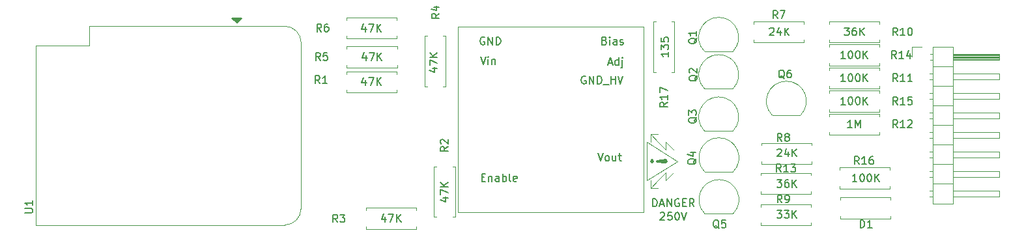
<source format=gbr>
%TF.GenerationSoftware,KiCad,Pcbnew,(6.0.5-0)*%
%TF.CreationDate,2023-03-13T13:52:06+01:00*%
%TF.ProjectId,plasma,706c6173-6d61-42e6-9b69-6361645f7063,rev?*%
%TF.SameCoordinates,Original*%
%TF.FileFunction,Legend,Top*%
%TF.FilePolarity,Positive*%
%FSLAX46Y46*%
G04 Gerber Fmt 4.6, Leading zero omitted, Abs format (unit mm)*
G04 Created by KiCad (PCBNEW (6.0.5-0)) date 2023-03-13 13:52:06*
%MOMM*%
%LPD*%
G01*
G04 APERTURE LIST*
%ADD10C,0.150000*%
%ADD11C,0.300000*%
%ADD12C,0.120000*%
G04 APERTURE END LIST*
D10*
%TO.C,Q3*%
X195547619Y-66095238D02*
X195500000Y-66190476D01*
X195404761Y-66285714D01*
X195261904Y-66428571D01*
X195214285Y-66523809D01*
X195214285Y-66619047D01*
X195452380Y-66571428D02*
X195404761Y-66666666D01*
X195309523Y-66761904D01*
X195119047Y-66809523D01*
X194785714Y-66809523D01*
X194595238Y-66761904D01*
X194500000Y-66666666D01*
X194452380Y-66571428D01*
X194452380Y-66380952D01*
X194500000Y-66285714D01*
X194595238Y-66190476D01*
X194785714Y-66142857D01*
X195119047Y-66142857D01*
X195309523Y-66190476D01*
X195404761Y-66285714D01*
X195452380Y-66380952D01*
X195452380Y-66571428D01*
X194452380Y-65809523D02*
X194452380Y-65190476D01*
X194833333Y-65523809D01*
X194833333Y-65380952D01*
X194880952Y-65285714D01*
X194928571Y-65238095D01*
X195023809Y-65190476D01*
X195261904Y-65190476D01*
X195357142Y-65238095D01*
X195404761Y-65285714D01*
X195452380Y-65380952D01*
X195452380Y-65666666D01*
X195404761Y-65761904D01*
X195357142Y-65809523D01*
%TO.C,M1*%
X181073761Y-60785000D02*
X180978523Y-60737380D01*
X180835666Y-60737380D01*
X180692809Y-60785000D01*
X180597571Y-60880238D01*
X180549952Y-60975476D01*
X180502333Y-61165952D01*
X180502333Y-61308809D01*
X180549952Y-61499285D01*
X180597571Y-61594523D01*
X180692809Y-61689761D01*
X180835666Y-61737380D01*
X180930904Y-61737380D01*
X181073761Y-61689761D01*
X181121380Y-61642142D01*
X181121380Y-61308809D01*
X180930904Y-61308809D01*
X181549952Y-61737380D02*
X181549952Y-60737380D01*
X182121380Y-61737380D01*
X182121380Y-60737380D01*
X182597571Y-61737380D02*
X182597571Y-60737380D01*
X182835666Y-60737380D01*
X182978523Y-60785000D01*
X183073761Y-60880238D01*
X183121380Y-60975476D01*
X183169000Y-61165952D01*
X183169000Y-61308809D01*
X183121380Y-61499285D01*
X183073761Y-61594523D01*
X182978523Y-61689761D01*
X182835666Y-61737380D01*
X182597571Y-61737380D01*
X183359476Y-61832619D02*
X184121380Y-61832619D01*
X184359476Y-61737380D02*
X184359476Y-60737380D01*
X184359476Y-61213571D02*
X184930904Y-61213571D01*
X184930904Y-61737380D02*
X184930904Y-60737380D01*
X185264238Y-60737380D02*
X185597571Y-61737380D01*
X185930904Y-60737380D01*
X190783333Y-78547619D02*
X190830952Y-78500000D01*
X190926190Y-78452380D01*
X191164285Y-78452380D01*
X191259523Y-78500000D01*
X191307142Y-78547619D01*
X191354761Y-78642857D01*
X191354761Y-78738095D01*
X191307142Y-78880952D01*
X190735714Y-79452380D01*
X191354761Y-79452380D01*
X192259523Y-78452380D02*
X191783333Y-78452380D01*
X191735714Y-78928571D01*
X191783333Y-78880952D01*
X191878571Y-78833333D01*
X192116666Y-78833333D01*
X192211904Y-78880952D01*
X192259523Y-78928571D01*
X192307142Y-79023809D01*
X192307142Y-79261904D01*
X192259523Y-79357142D01*
X192211904Y-79404761D01*
X192116666Y-79452380D01*
X191878571Y-79452380D01*
X191783333Y-79404761D01*
X191735714Y-79357142D01*
X192926190Y-78452380D02*
X193021428Y-78452380D01*
X193116666Y-78500000D01*
X193164285Y-78547619D01*
X193211904Y-78642857D01*
X193259523Y-78833333D01*
X193259523Y-79071428D01*
X193211904Y-79261904D01*
X193164285Y-79357142D01*
X193116666Y-79404761D01*
X193021428Y-79452380D01*
X192926190Y-79452380D01*
X192830952Y-79404761D01*
X192783333Y-79357142D01*
X192735714Y-79261904D01*
X192688095Y-79071428D01*
X192688095Y-78833333D01*
X192735714Y-78642857D01*
X192783333Y-78547619D01*
X192830952Y-78500000D01*
X192926190Y-78452380D01*
X193545238Y-78452380D02*
X193878571Y-79452380D01*
X194211904Y-78452380D01*
X167413190Y-58197380D02*
X167746523Y-59197380D01*
X168079857Y-58197380D01*
X168413190Y-59197380D02*
X168413190Y-58530714D01*
X168413190Y-58197380D02*
X168365571Y-58245000D01*
X168413190Y-58292619D01*
X168460809Y-58245000D01*
X168413190Y-58197380D01*
X168413190Y-58292619D01*
X168889380Y-58530714D02*
X168889380Y-59197380D01*
X168889380Y-58625952D02*
X168937000Y-58578333D01*
X169032238Y-58530714D01*
X169175095Y-58530714D01*
X169270333Y-58578333D01*
X169317952Y-58673571D01*
X169317952Y-59197380D01*
X167572095Y-73913571D02*
X167905428Y-73913571D01*
X168048285Y-74437380D02*
X167572095Y-74437380D01*
X167572095Y-73437380D01*
X168048285Y-73437380D01*
X168476857Y-73770714D02*
X168476857Y-74437380D01*
X168476857Y-73865952D02*
X168524476Y-73818333D01*
X168619714Y-73770714D01*
X168762571Y-73770714D01*
X168857809Y-73818333D01*
X168905428Y-73913571D01*
X168905428Y-74437380D01*
X169810190Y-74437380D02*
X169810190Y-73913571D01*
X169762571Y-73818333D01*
X169667333Y-73770714D01*
X169476857Y-73770714D01*
X169381619Y-73818333D01*
X169810190Y-74389761D02*
X169714952Y-74437380D01*
X169476857Y-74437380D01*
X169381619Y-74389761D01*
X169334000Y-74294523D01*
X169334000Y-74199285D01*
X169381619Y-74104047D01*
X169476857Y-74056428D01*
X169714952Y-74056428D01*
X169810190Y-74008809D01*
X170286380Y-74437380D02*
X170286380Y-73437380D01*
X170286380Y-73818333D02*
X170381619Y-73770714D01*
X170572095Y-73770714D01*
X170667333Y-73818333D01*
X170714952Y-73865952D01*
X170762571Y-73961190D01*
X170762571Y-74246904D01*
X170714952Y-74342142D01*
X170667333Y-74389761D01*
X170572095Y-74437380D01*
X170381619Y-74437380D01*
X170286380Y-74389761D01*
X171334000Y-74437380D02*
X171238761Y-74389761D01*
X171191142Y-74294523D01*
X171191142Y-73437380D01*
X172095904Y-74389761D02*
X172000666Y-74437380D01*
X171810190Y-74437380D01*
X171714952Y-74389761D01*
X171667333Y-74294523D01*
X171667333Y-73913571D01*
X171714952Y-73818333D01*
X171810190Y-73770714D01*
X172000666Y-73770714D01*
X172095904Y-73818333D01*
X172143523Y-73913571D01*
X172143523Y-74008809D01*
X171667333Y-74104047D01*
X182661190Y-70770380D02*
X182994523Y-71770380D01*
X183327857Y-70770380D01*
X183804047Y-71770380D02*
X183708809Y-71722761D01*
X183661190Y-71675142D01*
X183613571Y-71579904D01*
X183613571Y-71294190D01*
X183661190Y-71198952D01*
X183708809Y-71151333D01*
X183804047Y-71103714D01*
X183946904Y-71103714D01*
X184042142Y-71151333D01*
X184089761Y-71198952D01*
X184137380Y-71294190D01*
X184137380Y-71579904D01*
X184089761Y-71675142D01*
X184042142Y-71722761D01*
X183946904Y-71770380D01*
X183804047Y-71770380D01*
X184994523Y-71103714D02*
X184994523Y-71770380D01*
X184565952Y-71103714D02*
X184565952Y-71627523D01*
X184613571Y-71722761D01*
X184708809Y-71770380D01*
X184851666Y-71770380D01*
X184946904Y-71722761D01*
X184994523Y-71675142D01*
X185327857Y-71103714D02*
X185708809Y-71103714D01*
X185470714Y-70770380D02*
X185470714Y-71627523D01*
X185518333Y-71722761D01*
X185613571Y-71770380D01*
X185708809Y-71770380D01*
X184018428Y-59038666D02*
X184494619Y-59038666D01*
X183923190Y-59324380D02*
X184256523Y-58324380D01*
X184589857Y-59324380D01*
X185351761Y-59324380D02*
X185351761Y-58324380D01*
X185351761Y-59276761D02*
X185256523Y-59324380D01*
X185066047Y-59324380D01*
X184970809Y-59276761D01*
X184923190Y-59229142D01*
X184875571Y-59133904D01*
X184875571Y-58848190D01*
X184923190Y-58752952D01*
X184970809Y-58705333D01*
X185066047Y-58657714D01*
X185256523Y-58657714D01*
X185351761Y-58705333D01*
X185827952Y-58657714D02*
X185827952Y-59514857D01*
X185780333Y-59610095D01*
X185685095Y-59657714D01*
X185637476Y-59657714D01*
X185827952Y-58324380D02*
X185780333Y-58372000D01*
X185827952Y-58419619D01*
X185875571Y-58372000D01*
X185827952Y-58324380D01*
X185827952Y-58419619D01*
X189783333Y-77702380D02*
X189783333Y-76702380D01*
X190021428Y-76702380D01*
X190164285Y-76750000D01*
X190259523Y-76845238D01*
X190307142Y-76940476D01*
X190354761Y-77130952D01*
X190354761Y-77273809D01*
X190307142Y-77464285D01*
X190259523Y-77559523D01*
X190164285Y-77654761D01*
X190021428Y-77702380D01*
X189783333Y-77702380D01*
X190735714Y-77416666D02*
X191211904Y-77416666D01*
X190640476Y-77702380D02*
X190973809Y-76702380D01*
X191307142Y-77702380D01*
X191640476Y-77702380D02*
X191640476Y-76702380D01*
X192211904Y-77702380D01*
X192211904Y-76702380D01*
X193211904Y-76750000D02*
X193116666Y-76702380D01*
X192973809Y-76702380D01*
X192830952Y-76750000D01*
X192735714Y-76845238D01*
X192688095Y-76940476D01*
X192640476Y-77130952D01*
X192640476Y-77273809D01*
X192688095Y-77464285D01*
X192735714Y-77559523D01*
X192830952Y-77654761D01*
X192973809Y-77702380D01*
X193069047Y-77702380D01*
X193211904Y-77654761D01*
X193259523Y-77607142D01*
X193259523Y-77273809D01*
X193069047Y-77273809D01*
X193688095Y-77178571D02*
X194021428Y-77178571D01*
X194164285Y-77702380D02*
X193688095Y-77702380D01*
X193688095Y-76702380D01*
X194164285Y-76702380D01*
X195164285Y-77702380D02*
X194830952Y-77226190D01*
X194592857Y-77702380D02*
X194592857Y-76702380D01*
X194973809Y-76702380D01*
X195069047Y-76750000D01*
X195116666Y-76797619D01*
X195164285Y-76892857D01*
X195164285Y-77035714D01*
X195116666Y-77130952D01*
X195069047Y-77178571D01*
X194973809Y-77226190D01*
X194592857Y-77226190D01*
X183542190Y-56133571D02*
X183685047Y-56181190D01*
X183732666Y-56228809D01*
X183780285Y-56324047D01*
X183780285Y-56466904D01*
X183732666Y-56562142D01*
X183685047Y-56609761D01*
X183589809Y-56657380D01*
X183208857Y-56657380D01*
X183208857Y-55657380D01*
X183542190Y-55657380D01*
X183637428Y-55705000D01*
X183685047Y-55752619D01*
X183732666Y-55847857D01*
X183732666Y-55943095D01*
X183685047Y-56038333D01*
X183637428Y-56085952D01*
X183542190Y-56133571D01*
X183208857Y-56133571D01*
X184208857Y-56657380D02*
X184208857Y-55990714D01*
X184208857Y-55657380D02*
X184161238Y-55705000D01*
X184208857Y-55752619D01*
X184256476Y-55705000D01*
X184208857Y-55657380D01*
X184208857Y-55752619D01*
X185113619Y-56657380D02*
X185113619Y-56133571D01*
X185066000Y-56038333D01*
X184970761Y-55990714D01*
X184780285Y-55990714D01*
X184685047Y-56038333D01*
X185113619Y-56609761D02*
X185018380Y-56657380D01*
X184780285Y-56657380D01*
X184685047Y-56609761D01*
X184637428Y-56514523D01*
X184637428Y-56419285D01*
X184685047Y-56324047D01*
X184780285Y-56276428D01*
X185018380Y-56276428D01*
X185113619Y-56228809D01*
X185542190Y-56609761D02*
X185637428Y-56657380D01*
X185827904Y-56657380D01*
X185923142Y-56609761D01*
X185970761Y-56514523D01*
X185970761Y-56466904D01*
X185923142Y-56371666D01*
X185827904Y-56324047D01*
X185685047Y-56324047D01*
X185589809Y-56276428D01*
X185542190Y-56181190D01*
X185542190Y-56133571D01*
X185589809Y-56038333D01*
X185685047Y-55990714D01*
X185827904Y-55990714D01*
X185923142Y-56038333D01*
X167929095Y-55705000D02*
X167833857Y-55657380D01*
X167691000Y-55657380D01*
X167548142Y-55705000D01*
X167452904Y-55800238D01*
X167405285Y-55895476D01*
X167357666Y-56085952D01*
X167357666Y-56228809D01*
X167405285Y-56419285D01*
X167452904Y-56514523D01*
X167548142Y-56609761D01*
X167691000Y-56657380D01*
X167786238Y-56657380D01*
X167929095Y-56609761D01*
X167976714Y-56562142D01*
X167976714Y-56228809D01*
X167786238Y-56228809D01*
X168405285Y-56657380D02*
X168405285Y-55657380D01*
X168976714Y-56657380D01*
X168976714Y-55657380D01*
X169452904Y-56657380D02*
X169452904Y-55657380D01*
X169691000Y-55657380D01*
X169833857Y-55705000D01*
X169929095Y-55800238D01*
X169976714Y-55895476D01*
X170024333Y-56085952D01*
X170024333Y-56228809D01*
X169976714Y-56419285D01*
X169929095Y-56514523D01*
X169833857Y-56609761D01*
X169691000Y-56657380D01*
X169452904Y-56657380D01*
D11*
X189785714Y-71800000D02*
X189690476Y-71895238D01*
X189595238Y-71800000D01*
X189690476Y-71704761D01*
X189785714Y-71800000D01*
X189595238Y-71800000D01*
X190357142Y-71800000D02*
X191500000Y-71704761D01*
X191595238Y-71800000D01*
X191500000Y-71895238D01*
X190357142Y-71800000D01*
X191595238Y-71800000D01*
D10*
%TO.C,R2*%
X163202380Y-69916666D02*
X162726190Y-70250000D01*
X163202380Y-70488095D02*
X162202380Y-70488095D01*
X162202380Y-70107142D01*
X162250000Y-70011904D01*
X162297619Y-69964285D01*
X162392857Y-69916666D01*
X162535714Y-69916666D01*
X162630952Y-69964285D01*
X162678571Y-70011904D01*
X162726190Y-70107142D01*
X162726190Y-70488095D01*
X162297619Y-69535714D02*
X162250000Y-69488095D01*
X162202380Y-69392857D01*
X162202380Y-69154761D01*
X162250000Y-69059523D01*
X162297619Y-69011904D01*
X162392857Y-68964285D01*
X162488095Y-68964285D01*
X162630952Y-69011904D01*
X163202380Y-69583333D01*
X163202380Y-68964285D01*
X162535714Y-76595714D02*
X163202380Y-76595714D01*
X162154761Y-76833809D02*
X162869047Y-77071904D01*
X162869047Y-76452857D01*
X162202380Y-76167142D02*
X162202380Y-75500476D01*
X163202380Y-75929047D01*
X163202380Y-75119523D02*
X162202380Y-75119523D01*
X163202380Y-74548095D02*
X162630952Y-74976666D01*
X162202380Y-74548095D02*
X162773809Y-75119523D01*
%TO.C,R17*%
X191702380Y-64142857D02*
X191226190Y-64476190D01*
X191702380Y-64714285D02*
X190702380Y-64714285D01*
X190702380Y-64333333D01*
X190750000Y-64238095D01*
X190797619Y-64190476D01*
X190892857Y-64142857D01*
X191035714Y-64142857D01*
X191130952Y-64190476D01*
X191178571Y-64238095D01*
X191226190Y-64333333D01*
X191226190Y-64714285D01*
X191702380Y-63190476D02*
X191702380Y-63761904D01*
X191702380Y-63476190D02*
X190702380Y-63476190D01*
X190845238Y-63571428D01*
X190940476Y-63666666D01*
X190988095Y-63761904D01*
X190702380Y-62857142D02*
X190702380Y-62190476D01*
X191702380Y-62619047D01*
X191852380Y-57606666D02*
X191852380Y-58178095D01*
X191852380Y-57892380D02*
X190852380Y-57892380D01*
X190995238Y-57987619D01*
X191090476Y-58082857D01*
X191138095Y-58178095D01*
X190852380Y-57273333D02*
X190852380Y-56654285D01*
X191233333Y-56987619D01*
X191233333Y-56844761D01*
X191280952Y-56749523D01*
X191328571Y-56701904D01*
X191423809Y-56654285D01*
X191661904Y-56654285D01*
X191757142Y-56701904D01*
X191804761Y-56749523D01*
X191852380Y-56844761D01*
X191852380Y-57130476D01*
X191804761Y-57225714D01*
X191757142Y-57273333D01*
X190852380Y-55749523D02*
X190852380Y-56225714D01*
X191328571Y-56273333D01*
X191280952Y-56225714D01*
X191233333Y-56130476D01*
X191233333Y-55892380D01*
X191280952Y-55797142D01*
X191328571Y-55749523D01*
X191423809Y-55701904D01*
X191661904Y-55701904D01*
X191757142Y-55749523D01*
X191804761Y-55797142D01*
X191852380Y-55892380D01*
X191852380Y-56130476D01*
X191804761Y-56225714D01*
X191757142Y-56273333D01*
%TO.C,R8*%
X206583333Y-69202380D02*
X206250000Y-68726190D01*
X206011904Y-69202380D02*
X206011904Y-68202380D01*
X206392857Y-68202380D01*
X206488095Y-68250000D01*
X206535714Y-68297619D01*
X206583333Y-68392857D01*
X206583333Y-68535714D01*
X206535714Y-68630952D01*
X206488095Y-68678571D01*
X206392857Y-68726190D01*
X206011904Y-68726190D01*
X207154761Y-68630952D02*
X207059523Y-68583333D01*
X207011904Y-68535714D01*
X206964285Y-68440476D01*
X206964285Y-68392857D01*
X207011904Y-68297619D01*
X207059523Y-68250000D01*
X207154761Y-68202380D01*
X207345238Y-68202380D01*
X207440476Y-68250000D01*
X207488095Y-68297619D01*
X207535714Y-68392857D01*
X207535714Y-68440476D01*
X207488095Y-68535714D01*
X207440476Y-68583333D01*
X207345238Y-68630952D01*
X207154761Y-68630952D01*
X207059523Y-68678571D01*
X207011904Y-68726190D01*
X206964285Y-68821428D01*
X206964285Y-69011904D01*
X207011904Y-69107142D01*
X207059523Y-69154761D01*
X207154761Y-69202380D01*
X207345238Y-69202380D01*
X207440476Y-69154761D01*
X207488095Y-69107142D01*
X207535714Y-69011904D01*
X207535714Y-68821428D01*
X207488095Y-68726190D01*
X207440476Y-68678571D01*
X207345238Y-68630952D01*
X205988095Y-70297619D02*
X206035714Y-70250000D01*
X206130952Y-70202380D01*
X206369047Y-70202380D01*
X206464285Y-70250000D01*
X206511904Y-70297619D01*
X206559523Y-70392857D01*
X206559523Y-70488095D01*
X206511904Y-70630952D01*
X205940476Y-71202380D01*
X206559523Y-71202380D01*
X207416666Y-70535714D02*
X207416666Y-71202380D01*
X207178571Y-70154761D02*
X206940476Y-70869047D01*
X207559523Y-70869047D01*
X207940476Y-71202380D02*
X207940476Y-70202380D01*
X208511904Y-71202380D02*
X208083333Y-70630952D01*
X208511904Y-70202380D02*
X207940476Y-70773809D01*
%TO.C,R1*%
X146523333Y-61702380D02*
X146190000Y-61226190D01*
X145951904Y-61702380D02*
X145951904Y-60702380D01*
X146332857Y-60702380D01*
X146428095Y-60750000D01*
X146475714Y-60797619D01*
X146523333Y-60892857D01*
X146523333Y-61035714D01*
X146475714Y-61130952D01*
X146428095Y-61178571D01*
X146332857Y-61226190D01*
X145951904Y-61226190D01*
X147475714Y-61702380D02*
X146904285Y-61702380D01*
X147190000Y-61702380D02*
X147190000Y-60702380D01*
X147094761Y-60845238D01*
X146999523Y-60940476D01*
X146904285Y-60988095D01*
X152464285Y-61285714D02*
X152464285Y-61952380D01*
X152226190Y-60904761D02*
X151988095Y-61619047D01*
X152607142Y-61619047D01*
X152892857Y-60952380D02*
X153559523Y-60952380D01*
X153130952Y-61952380D01*
X153940476Y-61952380D02*
X153940476Y-60952380D01*
X154511904Y-61952380D02*
X154083333Y-61380952D01*
X154511904Y-60952380D02*
X153940476Y-61523809D01*
%TO.C,U1*%
X108202380Y-78511904D02*
X109011904Y-78511904D01*
X109107142Y-78464285D01*
X109154761Y-78416666D01*
X109202380Y-78321428D01*
X109202380Y-78130952D01*
X109154761Y-78035714D01*
X109107142Y-77988095D01*
X109011904Y-77940476D01*
X108202380Y-77940476D01*
X109202380Y-76940476D02*
X109202380Y-77511904D01*
X109202380Y-77226190D02*
X108202380Y-77226190D01*
X108345238Y-77321428D01*
X108440476Y-77416666D01*
X108488095Y-77511904D01*
%TO.C,R12*%
X221607142Y-67452380D02*
X221273809Y-66976190D01*
X221035714Y-67452380D02*
X221035714Y-66452380D01*
X221416666Y-66452380D01*
X221511904Y-66500000D01*
X221559523Y-66547619D01*
X221607142Y-66642857D01*
X221607142Y-66785714D01*
X221559523Y-66880952D01*
X221511904Y-66928571D01*
X221416666Y-66976190D01*
X221035714Y-66976190D01*
X222559523Y-67452380D02*
X221988095Y-67452380D01*
X222273809Y-67452380D02*
X222273809Y-66452380D01*
X222178571Y-66595238D01*
X222083333Y-66690476D01*
X221988095Y-66738095D01*
X222940476Y-66547619D02*
X222988095Y-66500000D01*
X223083333Y-66452380D01*
X223321428Y-66452380D01*
X223416666Y-66500000D01*
X223464285Y-66547619D01*
X223511904Y-66642857D01*
X223511904Y-66738095D01*
X223464285Y-66880952D01*
X222892857Y-67452380D01*
X223511904Y-67452380D01*
X215714285Y-67452380D02*
X215142857Y-67452380D01*
X215428571Y-67452380D02*
X215428571Y-66452380D01*
X215333333Y-66595238D01*
X215238095Y-66690476D01*
X215142857Y-66738095D01*
X216142857Y-67452380D02*
X216142857Y-66452380D01*
X216476190Y-67166666D01*
X216809523Y-66452380D01*
X216809523Y-67452380D01*
%TO.C,D1*%
X216761904Y-80452380D02*
X216761904Y-79452380D01*
X217000000Y-79452380D01*
X217142857Y-79500000D01*
X217238095Y-79595238D01*
X217285714Y-79690476D01*
X217333333Y-79880952D01*
X217333333Y-80023809D01*
X217285714Y-80214285D01*
X217238095Y-80309523D01*
X217142857Y-80404761D01*
X217000000Y-80452380D01*
X216761904Y-80452380D01*
X218285714Y-80452380D02*
X217714285Y-80452380D01*
X218000000Y-80452380D02*
X218000000Y-79452380D01*
X217904761Y-79595238D01*
X217809523Y-79690476D01*
X217714285Y-79738095D01*
%TO.C,Q2*%
X195621619Y-60643238D02*
X195574000Y-60738476D01*
X195478761Y-60833714D01*
X195335904Y-60976571D01*
X195288285Y-61071809D01*
X195288285Y-61167047D01*
X195526380Y-61119428D02*
X195478761Y-61214666D01*
X195383523Y-61309904D01*
X195193047Y-61357523D01*
X194859714Y-61357523D01*
X194669238Y-61309904D01*
X194574000Y-61214666D01*
X194526380Y-61119428D01*
X194526380Y-60928952D01*
X194574000Y-60833714D01*
X194669238Y-60738476D01*
X194859714Y-60690857D01*
X195193047Y-60690857D01*
X195383523Y-60738476D01*
X195478761Y-60833714D01*
X195526380Y-60928952D01*
X195526380Y-61119428D01*
X194621619Y-60309904D02*
X194574000Y-60262285D01*
X194526380Y-60167047D01*
X194526380Y-59928952D01*
X194574000Y-59833714D01*
X194621619Y-59786095D01*
X194716857Y-59738476D01*
X194812095Y-59738476D01*
X194954952Y-59786095D01*
X195526380Y-60357523D01*
X195526380Y-59738476D01*
%TO.C,R3*%
X148833333Y-79752380D02*
X148500000Y-79276190D01*
X148261904Y-79752380D02*
X148261904Y-78752380D01*
X148642857Y-78752380D01*
X148738095Y-78800000D01*
X148785714Y-78847619D01*
X148833333Y-78942857D01*
X148833333Y-79085714D01*
X148785714Y-79180952D01*
X148738095Y-79228571D01*
X148642857Y-79276190D01*
X148261904Y-79276190D01*
X149166666Y-78752380D02*
X149785714Y-78752380D01*
X149452380Y-79133333D01*
X149595238Y-79133333D01*
X149690476Y-79180952D01*
X149738095Y-79228571D01*
X149785714Y-79323809D01*
X149785714Y-79561904D01*
X149738095Y-79657142D01*
X149690476Y-79704761D01*
X149595238Y-79752380D01*
X149309523Y-79752380D01*
X149214285Y-79704761D01*
X149166666Y-79657142D01*
X155024285Y-79035714D02*
X155024285Y-79702380D01*
X154786190Y-78654761D02*
X154548095Y-79369047D01*
X155167142Y-79369047D01*
X155452857Y-78702380D02*
X156119523Y-78702380D01*
X155690952Y-79702380D01*
X156500476Y-79702380D02*
X156500476Y-78702380D01*
X157071904Y-79702380D02*
X156643333Y-79130952D01*
X157071904Y-78702380D02*
X156500476Y-79273809D01*
%TO.C,R6*%
X146723333Y-54952380D02*
X146390000Y-54476190D01*
X146151904Y-54952380D02*
X146151904Y-53952380D01*
X146532857Y-53952380D01*
X146628095Y-54000000D01*
X146675714Y-54047619D01*
X146723333Y-54142857D01*
X146723333Y-54285714D01*
X146675714Y-54380952D01*
X146628095Y-54428571D01*
X146532857Y-54476190D01*
X146151904Y-54476190D01*
X147580476Y-53952380D02*
X147390000Y-53952380D01*
X147294761Y-54000000D01*
X147247142Y-54047619D01*
X147151904Y-54190476D01*
X147104285Y-54380952D01*
X147104285Y-54761904D01*
X147151904Y-54857142D01*
X147199523Y-54904761D01*
X147294761Y-54952380D01*
X147485238Y-54952380D01*
X147580476Y-54904761D01*
X147628095Y-54857142D01*
X147675714Y-54761904D01*
X147675714Y-54523809D01*
X147628095Y-54428571D01*
X147580476Y-54380952D01*
X147485238Y-54333333D01*
X147294761Y-54333333D01*
X147199523Y-54380952D01*
X147151904Y-54428571D01*
X147104285Y-54523809D01*
X152464285Y-54285714D02*
X152464285Y-54952380D01*
X152226190Y-53904761D02*
X151988095Y-54619047D01*
X152607142Y-54619047D01*
X152892857Y-53952380D02*
X153559523Y-53952380D01*
X153130952Y-54952380D01*
X153940476Y-54952380D02*
X153940476Y-53952380D01*
X154511904Y-54952380D02*
X154083333Y-54380952D01*
X154511904Y-53952380D02*
X153940476Y-54523809D01*
%TO.C,R4*%
X162052380Y-52616666D02*
X161576190Y-52950000D01*
X162052380Y-53188095D02*
X161052380Y-53188095D01*
X161052380Y-52807142D01*
X161100000Y-52711904D01*
X161147619Y-52664285D01*
X161242857Y-52616666D01*
X161385714Y-52616666D01*
X161480952Y-52664285D01*
X161528571Y-52711904D01*
X161576190Y-52807142D01*
X161576190Y-53188095D01*
X161385714Y-51759523D02*
X162052380Y-51759523D01*
X161004761Y-51997619D02*
X161719047Y-52235714D01*
X161719047Y-51616666D01*
X161135714Y-59735714D02*
X161802380Y-59735714D01*
X160754761Y-59973809D02*
X161469047Y-60211904D01*
X161469047Y-59592857D01*
X160802380Y-59307142D02*
X160802380Y-58640476D01*
X161802380Y-59069047D01*
X161802380Y-58259523D02*
X160802380Y-58259523D01*
X161802380Y-57688095D02*
X161230952Y-58116666D01*
X160802380Y-57688095D02*
X161373809Y-58259523D01*
%TO.C,Q5*%
X198404761Y-80547619D02*
X198309523Y-80500000D01*
X198214285Y-80404761D01*
X198071428Y-80261904D01*
X197976190Y-80214285D01*
X197880952Y-80214285D01*
X197928571Y-80452380D02*
X197833333Y-80404761D01*
X197738095Y-80309523D01*
X197690476Y-80119047D01*
X197690476Y-79785714D01*
X197738095Y-79595238D01*
X197833333Y-79500000D01*
X197928571Y-79452380D01*
X198119047Y-79452380D01*
X198214285Y-79500000D01*
X198309523Y-79595238D01*
X198357142Y-79785714D01*
X198357142Y-80119047D01*
X198309523Y-80309523D01*
X198214285Y-80404761D01*
X198119047Y-80452380D01*
X197928571Y-80452380D01*
X199261904Y-79452380D02*
X198785714Y-79452380D01*
X198738095Y-79928571D01*
X198785714Y-79880952D01*
X198880952Y-79833333D01*
X199119047Y-79833333D01*
X199214285Y-79880952D01*
X199261904Y-79928571D01*
X199309523Y-80023809D01*
X199309523Y-80261904D01*
X199261904Y-80357142D01*
X199214285Y-80404761D01*
X199119047Y-80452380D01*
X198880952Y-80452380D01*
X198785714Y-80404761D01*
X198738095Y-80357142D01*
%TO.C,R15*%
X221607142Y-64452380D02*
X221273809Y-63976190D01*
X221035714Y-64452380D02*
X221035714Y-63452380D01*
X221416666Y-63452380D01*
X221511904Y-63500000D01*
X221559523Y-63547619D01*
X221607142Y-63642857D01*
X221607142Y-63785714D01*
X221559523Y-63880952D01*
X221511904Y-63928571D01*
X221416666Y-63976190D01*
X221035714Y-63976190D01*
X222559523Y-64452380D02*
X221988095Y-64452380D01*
X222273809Y-64452380D02*
X222273809Y-63452380D01*
X222178571Y-63595238D01*
X222083333Y-63690476D01*
X221988095Y-63738095D01*
X223464285Y-63452380D02*
X222988095Y-63452380D01*
X222940476Y-63928571D01*
X222988095Y-63880952D01*
X223083333Y-63833333D01*
X223321428Y-63833333D01*
X223416666Y-63880952D01*
X223464285Y-63928571D01*
X223511904Y-64023809D01*
X223511904Y-64261904D01*
X223464285Y-64357142D01*
X223416666Y-64404761D01*
X223321428Y-64452380D01*
X223083333Y-64452380D01*
X222988095Y-64404761D01*
X222940476Y-64357142D01*
X214833333Y-64452380D02*
X214261904Y-64452380D01*
X214547619Y-64452380D02*
X214547619Y-63452380D01*
X214452380Y-63595238D01*
X214357142Y-63690476D01*
X214261904Y-63738095D01*
X215452380Y-63452380D02*
X215547619Y-63452380D01*
X215642857Y-63500000D01*
X215690476Y-63547619D01*
X215738095Y-63642857D01*
X215785714Y-63833333D01*
X215785714Y-64071428D01*
X215738095Y-64261904D01*
X215690476Y-64357142D01*
X215642857Y-64404761D01*
X215547619Y-64452380D01*
X215452380Y-64452380D01*
X215357142Y-64404761D01*
X215309523Y-64357142D01*
X215261904Y-64261904D01*
X215214285Y-64071428D01*
X215214285Y-63833333D01*
X215261904Y-63642857D01*
X215309523Y-63547619D01*
X215357142Y-63500000D01*
X215452380Y-63452380D01*
X216404761Y-63452380D02*
X216500000Y-63452380D01*
X216595238Y-63500000D01*
X216642857Y-63547619D01*
X216690476Y-63642857D01*
X216738095Y-63833333D01*
X216738095Y-64071428D01*
X216690476Y-64261904D01*
X216642857Y-64357142D01*
X216595238Y-64404761D01*
X216500000Y-64452380D01*
X216404761Y-64452380D01*
X216309523Y-64404761D01*
X216261904Y-64357142D01*
X216214285Y-64261904D01*
X216166666Y-64071428D01*
X216166666Y-63833333D01*
X216214285Y-63642857D01*
X216261904Y-63547619D01*
X216309523Y-63500000D01*
X216404761Y-63452380D01*
X217166666Y-64452380D02*
X217166666Y-63452380D01*
X217738095Y-64452380D02*
X217309523Y-63880952D01*
X217738095Y-63452380D02*
X217166666Y-64023809D01*
%TO.C,Q1*%
X195547619Y-55795238D02*
X195500000Y-55890476D01*
X195404761Y-55985714D01*
X195261904Y-56128571D01*
X195214285Y-56223809D01*
X195214285Y-56319047D01*
X195452380Y-56271428D02*
X195404761Y-56366666D01*
X195309523Y-56461904D01*
X195119047Y-56509523D01*
X194785714Y-56509523D01*
X194595238Y-56461904D01*
X194500000Y-56366666D01*
X194452380Y-56271428D01*
X194452380Y-56080952D01*
X194500000Y-55985714D01*
X194595238Y-55890476D01*
X194785714Y-55842857D01*
X195119047Y-55842857D01*
X195309523Y-55890476D01*
X195404761Y-55985714D01*
X195452380Y-56080952D01*
X195452380Y-56271428D01*
X195452380Y-54890476D02*
X195452380Y-55461904D01*
X195452380Y-55176190D02*
X194452380Y-55176190D01*
X194595238Y-55271428D01*
X194690476Y-55366666D01*
X194738095Y-55461904D01*
%TO.C,R11*%
X221607142Y-61452380D02*
X221273809Y-60976190D01*
X221035714Y-61452380D02*
X221035714Y-60452380D01*
X221416666Y-60452380D01*
X221511904Y-60500000D01*
X221559523Y-60547619D01*
X221607142Y-60642857D01*
X221607142Y-60785714D01*
X221559523Y-60880952D01*
X221511904Y-60928571D01*
X221416666Y-60976190D01*
X221035714Y-60976190D01*
X222559523Y-61452380D02*
X221988095Y-61452380D01*
X222273809Y-61452380D02*
X222273809Y-60452380D01*
X222178571Y-60595238D01*
X222083333Y-60690476D01*
X221988095Y-60738095D01*
X223511904Y-61452380D02*
X222940476Y-61452380D01*
X223226190Y-61452380D02*
X223226190Y-60452380D01*
X223130952Y-60595238D01*
X223035714Y-60690476D01*
X222940476Y-60738095D01*
X214833333Y-61452380D02*
X214261904Y-61452380D01*
X214547619Y-61452380D02*
X214547619Y-60452380D01*
X214452380Y-60595238D01*
X214357142Y-60690476D01*
X214261904Y-60738095D01*
X215452380Y-60452380D02*
X215547619Y-60452380D01*
X215642857Y-60500000D01*
X215690476Y-60547619D01*
X215738095Y-60642857D01*
X215785714Y-60833333D01*
X215785714Y-61071428D01*
X215738095Y-61261904D01*
X215690476Y-61357142D01*
X215642857Y-61404761D01*
X215547619Y-61452380D01*
X215452380Y-61452380D01*
X215357142Y-61404761D01*
X215309523Y-61357142D01*
X215261904Y-61261904D01*
X215214285Y-61071428D01*
X215214285Y-60833333D01*
X215261904Y-60642857D01*
X215309523Y-60547619D01*
X215357142Y-60500000D01*
X215452380Y-60452380D01*
X216404761Y-60452380D02*
X216500000Y-60452380D01*
X216595238Y-60500000D01*
X216642857Y-60547619D01*
X216690476Y-60642857D01*
X216738095Y-60833333D01*
X216738095Y-61071428D01*
X216690476Y-61261904D01*
X216642857Y-61357142D01*
X216595238Y-61404761D01*
X216500000Y-61452380D01*
X216404761Y-61452380D01*
X216309523Y-61404761D01*
X216261904Y-61357142D01*
X216214285Y-61261904D01*
X216166666Y-61071428D01*
X216166666Y-60833333D01*
X216214285Y-60642857D01*
X216261904Y-60547619D01*
X216309523Y-60500000D01*
X216404761Y-60452380D01*
X217166666Y-61452380D02*
X217166666Y-60452380D01*
X217738095Y-61452380D02*
X217309523Y-60880952D01*
X217738095Y-60452380D02*
X217166666Y-61023809D01*
%TO.C,R14*%
X221457142Y-58452380D02*
X221123809Y-57976190D01*
X220885714Y-58452380D02*
X220885714Y-57452380D01*
X221266666Y-57452380D01*
X221361904Y-57500000D01*
X221409523Y-57547619D01*
X221457142Y-57642857D01*
X221457142Y-57785714D01*
X221409523Y-57880952D01*
X221361904Y-57928571D01*
X221266666Y-57976190D01*
X220885714Y-57976190D01*
X222409523Y-58452380D02*
X221838095Y-58452380D01*
X222123809Y-58452380D02*
X222123809Y-57452380D01*
X222028571Y-57595238D01*
X221933333Y-57690476D01*
X221838095Y-57738095D01*
X223266666Y-57785714D02*
X223266666Y-58452380D01*
X223028571Y-57404761D02*
X222790476Y-58119047D01*
X223409523Y-58119047D01*
X214833333Y-58452380D02*
X214261904Y-58452380D01*
X214547619Y-58452380D02*
X214547619Y-57452380D01*
X214452380Y-57595238D01*
X214357142Y-57690476D01*
X214261904Y-57738095D01*
X215452380Y-57452380D02*
X215547619Y-57452380D01*
X215642857Y-57500000D01*
X215690476Y-57547619D01*
X215738095Y-57642857D01*
X215785714Y-57833333D01*
X215785714Y-58071428D01*
X215738095Y-58261904D01*
X215690476Y-58357142D01*
X215642857Y-58404761D01*
X215547619Y-58452380D01*
X215452380Y-58452380D01*
X215357142Y-58404761D01*
X215309523Y-58357142D01*
X215261904Y-58261904D01*
X215214285Y-58071428D01*
X215214285Y-57833333D01*
X215261904Y-57642857D01*
X215309523Y-57547619D01*
X215357142Y-57500000D01*
X215452380Y-57452380D01*
X216404761Y-57452380D02*
X216500000Y-57452380D01*
X216595238Y-57500000D01*
X216642857Y-57547619D01*
X216690476Y-57642857D01*
X216738095Y-57833333D01*
X216738095Y-58071428D01*
X216690476Y-58261904D01*
X216642857Y-58357142D01*
X216595238Y-58404761D01*
X216500000Y-58452380D01*
X216404761Y-58452380D01*
X216309523Y-58404761D01*
X216261904Y-58357142D01*
X216214285Y-58261904D01*
X216166666Y-58071428D01*
X216166666Y-57833333D01*
X216214285Y-57642857D01*
X216261904Y-57547619D01*
X216309523Y-57500000D01*
X216404761Y-57452380D01*
X217166666Y-58452380D02*
X217166666Y-57452380D01*
X217738095Y-58452380D02*
X217309523Y-57880952D01*
X217738095Y-57452380D02*
X217166666Y-58023809D01*
%TO.C,Q4*%
X195447619Y-71495238D02*
X195400000Y-71590476D01*
X195304761Y-71685714D01*
X195161904Y-71828571D01*
X195114285Y-71923809D01*
X195114285Y-72019047D01*
X195352380Y-71971428D02*
X195304761Y-72066666D01*
X195209523Y-72161904D01*
X195019047Y-72209523D01*
X194685714Y-72209523D01*
X194495238Y-72161904D01*
X194400000Y-72066666D01*
X194352380Y-71971428D01*
X194352380Y-71780952D01*
X194400000Y-71685714D01*
X194495238Y-71590476D01*
X194685714Y-71542857D01*
X195019047Y-71542857D01*
X195209523Y-71590476D01*
X195304761Y-71685714D01*
X195352380Y-71780952D01*
X195352380Y-71971428D01*
X194685714Y-70685714D02*
X195352380Y-70685714D01*
X194304761Y-70923809D02*
X195019047Y-71161904D01*
X195019047Y-70542857D01*
%TO.C,R5*%
X146583333Y-58702380D02*
X146250000Y-58226190D01*
X146011904Y-58702380D02*
X146011904Y-57702380D01*
X146392857Y-57702380D01*
X146488095Y-57750000D01*
X146535714Y-57797619D01*
X146583333Y-57892857D01*
X146583333Y-58035714D01*
X146535714Y-58130952D01*
X146488095Y-58178571D01*
X146392857Y-58226190D01*
X146011904Y-58226190D01*
X147488095Y-57702380D02*
X147011904Y-57702380D01*
X146964285Y-58178571D01*
X147011904Y-58130952D01*
X147107142Y-58083333D01*
X147345238Y-58083333D01*
X147440476Y-58130952D01*
X147488095Y-58178571D01*
X147535714Y-58273809D01*
X147535714Y-58511904D01*
X147488095Y-58607142D01*
X147440476Y-58654761D01*
X147345238Y-58702380D01*
X147107142Y-58702380D01*
X147011904Y-58654761D01*
X146964285Y-58607142D01*
X152524285Y-58035714D02*
X152524285Y-58702380D01*
X152286190Y-57654761D02*
X152048095Y-58369047D01*
X152667142Y-58369047D01*
X152952857Y-57702380D02*
X153619523Y-57702380D01*
X153190952Y-58702380D01*
X154000476Y-58702380D02*
X154000476Y-57702380D01*
X154571904Y-58702380D02*
X154143333Y-58130952D01*
X154571904Y-57702380D02*
X154000476Y-58273809D01*
%TO.C,R16*%
X216607142Y-72202380D02*
X216273809Y-71726190D01*
X216035714Y-72202380D02*
X216035714Y-71202380D01*
X216416666Y-71202380D01*
X216511904Y-71250000D01*
X216559523Y-71297619D01*
X216607142Y-71392857D01*
X216607142Y-71535714D01*
X216559523Y-71630952D01*
X216511904Y-71678571D01*
X216416666Y-71726190D01*
X216035714Y-71726190D01*
X217559523Y-72202380D02*
X216988095Y-72202380D01*
X217273809Y-72202380D02*
X217273809Y-71202380D01*
X217178571Y-71345238D01*
X217083333Y-71440476D01*
X216988095Y-71488095D01*
X218416666Y-71202380D02*
X218226190Y-71202380D01*
X218130952Y-71250000D01*
X218083333Y-71297619D01*
X217988095Y-71440476D01*
X217940476Y-71630952D01*
X217940476Y-72011904D01*
X217988095Y-72107142D01*
X218035714Y-72154761D01*
X218130952Y-72202380D01*
X218321428Y-72202380D01*
X218416666Y-72154761D01*
X218464285Y-72107142D01*
X218511904Y-72011904D01*
X218511904Y-71773809D01*
X218464285Y-71678571D01*
X218416666Y-71630952D01*
X218321428Y-71583333D01*
X218130952Y-71583333D01*
X218035714Y-71630952D01*
X217988095Y-71678571D01*
X217940476Y-71773809D01*
X216333333Y-74452380D02*
X215761904Y-74452380D01*
X216047619Y-74452380D02*
X216047619Y-73452380D01*
X215952380Y-73595238D01*
X215857142Y-73690476D01*
X215761904Y-73738095D01*
X216952380Y-73452380D02*
X217047619Y-73452380D01*
X217142857Y-73500000D01*
X217190476Y-73547619D01*
X217238095Y-73642857D01*
X217285714Y-73833333D01*
X217285714Y-74071428D01*
X217238095Y-74261904D01*
X217190476Y-74357142D01*
X217142857Y-74404761D01*
X217047619Y-74452380D01*
X216952380Y-74452380D01*
X216857142Y-74404761D01*
X216809523Y-74357142D01*
X216761904Y-74261904D01*
X216714285Y-74071428D01*
X216714285Y-73833333D01*
X216761904Y-73642857D01*
X216809523Y-73547619D01*
X216857142Y-73500000D01*
X216952380Y-73452380D01*
X217904761Y-73452380D02*
X218000000Y-73452380D01*
X218095238Y-73500000D01*
X218142857Y-73547619D01*
X218190476Y-73642857D01*
X218238095Y-73833333D01*
X218238095Y-74071428D01*
X218190476Y-74261904D01*
X218142857Y-74357142D01*
X218095238Y-74404761D01*
X218000000Y-74452380D01*
X217904761Y-74452380D01*
X217809523Y-74404761D01*
X217761904Y-74357142D01*
X217714285Y-74261904D01*
X217666666Y-74071428D01*
X217666666Y-73833333D01*
X217714285Y-73642857D01*
X217761904Y-73547619D01*
X217809523Y-73500000D01*
X217904761Y-73452380D01*
X218666666Y-74452380D02*
X218666666Y-73452380D01*
X219238095Y-74452380D02*
X218809523Y-73880952D01*
X219238095Y-73452380D02*
X218666666Y-74023809D01*
%TO.C,R13*%
X206467142Y-73202380D02*
X206133809Y-72726190D01*
X205895714Y-73202380D02*
X205895714Y-72202380D01*
X206276666Y-72202380D01*
X206371904Y-72250000D01*
X206419523Y-72297619D01*
X206467142Y-72392857D01*
X206467142Y-72535714D01*
X206419523Y-72630952D01*
X206371904Y-72678571D01*
X206276666Y-72726190D01*
X205895714Y-72726190D01*
X207419523Y-73202380D02*
X206848095Y-73202380D01*
X207133809Y-73202380D02*
X207133809Y-72202380D01*
X207038571Y-72345238D01*
X206943333Y-72440476D01*
X206848095Y-72488095D01*
X207752857Y-72202380D02*
X208371904Y-72202380D01*
X208038571Y-72583333D01*
X208181428Y-72583333D01*
X208276666Y-72630952D01*
X208324285Y-72678571D01*
X208371904Y-72773809D01*
X208371904Y-73011904D01*
X208324285Y-73107142D01*
X208276666Y-73154761D01*
X208181428Y-73202380D01*
X207895714Y-73202380D01*
X207800476Y-73154761D01*
X207752857Y-73107142D01*
X205940476Y-74202380D02*
X206559523Y-74202380D01*
X206226190Y-74583333D01*
X206369047Y-74583333D01*
X206464285Y-74630952D01*
X206511904Y-74678571D01*
X206559523Y-74773809D01*
X206559523Y-75011904D01*
X206511904Y-75107142D01*
X206464285Y-75154761D01*
X206369047Y-75202380D01*
X206083333Y-75202380D01*
X205988095Y-75154761D01*
X205940476Y-75107142D01*
X207416666Y-74202380D02*
X207226190Y-74202380D01*
X207130952Y-74250000D01*
X207083333Y-74297619D01*
X206988095Y-74440476D01*
X206940476Y-74630952D01*
X206940476Y-75011904D01*
X206988095Y-75107142D01*
X207035714Y-75154761D01*
X207130952Y-75202380D01*
X207321428Y-75202380D01*
X207416666Y-75154761D01*
X207464285Y-75107142D01*
X207511904Y-75011904D01*
X207511904Y-74773809D01*
X207464285Y-74678571D01*
X207416666Y-74630952D01*
X207321428Y-74583333D01*
X207130952Y-74583333D01*
X207035714Y-74630952D01*
X206988095Y-74678571D01*
X206940476Y-74773809D01*
X207940476Y-75202380D02*
X207940476Y-74202380D01*
X208511904Y-75202380D02*
X208083333Y-74630952D01*
X208511904Y-74202380D02*
X207940476Y-74773809D01*
%TO.C,Q6*%
X206904761Y-61047619D02*
X206809523Y-61000000D01*
X206714285Y-60904761D01*
X206571428Y-60761904D01*
X206476190Y-60714285D01*
X206380952Y-60714285D01*
X206428571Y-60952380D02*
X206333333Y-60904761D01*
X206238095Y-60809523D01*
X206190476Y-60619047D01*
X206190476Y-60285714D01*
X206238095Y-60095238D01*
X206333333Y-60000000D01*
X206428571Y-59952380D01*
X206619047Y-59952380D01*
X206714285Y-60000000D01*
X206809523Y-60095238D01*
X206857142Y-60285714D01*
X206857142Y-60619047D01*
X206809523Y-60809523D01*
X206714285Y-60904761D01*
X206619047Y-60952380D01*
X206428571Y-60952380D01*
X207714285Y-59952380D02*
X207523809Y-59952380D01*
X207428571Y-60000000D01*
X207380952Y-60047619D01*
X207285714Y-60190476D01*
X207238095Y-60380952D01*
X207238095Y-60761904D01*
X207285714Y-60857142D01*
X207333333Y-60904761D01*
X207428571Y-60952380D01*
X207619047Y-60952380D01*
X207714285Y-60904761D01*
X207761904Y-60857142D01*
X207809523Y-60761904D01*
X207809523Y-60523809D01*
X207761904Y-60428571D01*
X207714285Y-60380952D01*
X207619047Y-60333333D01*
X207428571Y-60333333D01*
X207333333Y-60380952D01*
X207285714Y-60428571D01*
X207238095Y-60523809D01*
%TO.C,R10*%
X221607142Y-55452380D02*
X221273809Y-54976190D01*
X221035714Y-55452380D02*
X221035714Y-54452380D01*
X221416666Y-54452380D01*
X221511904Y-54500000D01*
X221559523Y-54547619D01*
X221607142Y-54642857D01*
X221607142Y-54785714D01*
X221559523Y-54880952D01*
X221511904Y-54928571D01*
X221416666Y-54976190D01*
X221035714Y-54976190D01*
X222559523Y-55452380D02*
X221988095Y-55452380D01*
X222273809Y-55452380D02*
X222273809Y-54452380D01*
X222178571Y-54595238D01*
X222083333Y-54690476D01*
X221988095Y-54738095D01*
X223178571Y-54452380D02*
X223273809Y-54452380D01*
X223369047Y-54500000D01*
X223416666Y-54547619D01*
X223464285Y-54642857D01*
X223511904Y-54833333D01*
X223511904Y-55071428D01*
X223464285Y-55261904D01*
X223416666Y-55357142D01*
X223369047Y-55404761D01*
X223273809Y-55452380D01*
X223178571Y-55452380D01*
X223083333Y-55404761D01*
X223035714Y-55357142D01*
X222988095Y-55261904D01*
X222940476Y-55071428D01*
X222940476Y-54833333D01*
X222988095Y-54642857D01*
X223035714Y-54547619D01*
X223083333Y-54500000D01*
X223178571Y-54452380D01*
X214706476Y-54452380D02*
X215325523Y-54452380D01*
X214992190Y-54833333D01*
X215135047Y-54833333D01*
X215230285Y-54880952D01*
X215277904Y-54928571D01*
X215325523Y-55023809D01*
X215325523Y-55261904D01*
X215277904Y-55357142D01*
X215230285Y-55404761D01*
X215135047Y-55452380D01*
X214849333Y-55452380D01*
X214754095Y-55404761D01*
X214706476Y-55357142D01*
X216182666Y-54452380D02*
X215992190Y-54452380D01*
X215896952Y-54500000D01*
X215849333Y-54547619D01*
X215754095Y-54690476D01*
X215706476Y-54880952D01*
X215706476Y-55261904D01*
X215754095Y-55357142D01*
X215801714Y-55404761D01*
X215896952Y-55452380D01*
X216087428Y-55452380D01*
X216182666Y-55404761D01*
X216230285Y-55357142D01*
X216277904Y-55261904D01*
X216277904Y-55023809D01*
X216230285Y-54928571D01*
X216182666Y-54880952D01*
X216087428Y-54833333D01*
X215896952Y-54833333D01*
X215801714Y-54880952D01*
X215754095Y-54928571D01*
X215706476Y-55023809D01*
X216706476Y-55452380D02*
X216706476Y-54452380D01*
X217277904Y-55452380D02*
X216849333Y-54880952D01*
X217277904Y-54452380D02*
X216706476Y-55023809D01*
%TO.C,R7*%
X206019333Y-53228380D02*
X205686000Y-52752190D01*
X205447904Y-53228380D02*
X205447904Y-52228380D01*
X205828857Y-52228380D01*
X205924095Y-52276000D01*
X205971714Y-52323619D01*
X206019333Y-52418857D01*
X206019333Y-52561714D01*
X205971714Y-52656952D01*
X205924095Y-52704571D01*
X205828857Y-52752190D01*
X205447904Y-52752190D01*
X206352666Y-52228380D02*
X207019333Y-52228380D01*
X206590761Y-53228380D01*
X204988095Y-54547619D02*
X205035714Y-54500000D01*
X205130952Y-54452380D01*
X205369047Y-54452380D01*
X205464285Y-54500000D01*
X205511904Y-54547619D01*
X205559523Y-54642857D01*
X205559523Y-54738095D01*
X205511904Y-54880952D01*
X204940476Y-55452380D01*
X205559523Y-55452380D01*
X206416666Y-54785714D02*
X206416666Y-55452380D01*
X206178571Y-54404761D02*
X205940476Y-55119047D01*
X206559523Y-55119047D01*
X206940476Y-55452380D02*
X206940476Y-54452380D01*
X207511904Y-55452380D02*
X207083333Y-54880952D01*
X207511904Y-54452380D02*
X206940476Y-55023809D01*
%TO.C,R9*%
X206583333Y-77202380D02*
X206250000Y-76726190D01*
X206011904Y-77202380D02*
X206011904Y-76202380D01*
X206392857Y-76202380D01*
X206488095Y-76250000D01*
X206535714Y-76297619D01*
X206583333Y-76392857D01*
X206583333Y-76535714D01*
X206535714Y-76630952D01*
X206488095Y-76678571D01*
X206392857Y-76726190D01*
X206011904Y-76726190D01*
X207059523Y-77202380D02*
X207250000Y-77202380D01*
X207345238Y-77154761D01*
X207392857Y-77107142D01*
X207488095Y-76964285D01*
X207535714Y-76773809D01*
X207535714Y-76392857D01*
X207488095Y-76297619D01*
X207440476Y-76250000D01*
X207345238Y-76202380D01*
X207154761Y-76202380D01*
X207059523Y-76250000D01*
X207011904Y-76297619D01*
X206964285Y-76392857D01*
X206964285Y-76630952D01*
X207011904Y-76726190D01*
X207059523Y-76773809D01*
X207154761Y-76821428D01*
X207345238Y-76821428D01*
X207440476Y-76773809D01*
X207488095Y-76726190D01*
X207535714Y-76630952D01*
X205940476Y-78202380D02*
X206559523Y-78202380D01*
X206226190Y-78583333D01*
X206369047Y-78583333D01*
X206464285Y-78630952D01*
X206511904Y-78678571D01*
X206559523Y-78773809D01*
X206559523Y-79011904D01*
X206511904Y-79107142D01*
X206464285Y-79154761D01*
X206369047Y-79202380D01*
X206083333Y-79202380D01*
X205988095Y-79154761D01*
X205940476Y-79107142D01*
X206892857Y-78202380D02*
X207511904Y-78202380D01*
X207178571Y-78583333D01*
X207321428Y-78583333D01*
X207416666Y-78630952D01*
X207464285Y-78678571D01*
X207511904Y-78773809D01*
X207511904Y-79011904D01*
X207464285Y-79107142D01*
X207416666Y-79154761D01*
X207321428Y-79202380D01*
X207035714Y-79202380D01*
X206940476Y-79154761D01*
X206892857Y-79107142D01*
X207940476Y-79202380D02*
X207940476Y-78202380D01*
X208511904Y-79202380D02*
X208083333Y-78630952D01*
X208511904Y-78202380D02*
X207940476Y-78773809D01*
D12*
%TO.C,Q3*%
X196576000Y-67898000D02*
X200176000Y-67898000D01*
X200214478Y-67886478D02*
G75*
G03*
X198376000Y-63448000I-1838478J1838478D01*
G01*
X198376000Y-63447999D02*
G75*
G03*
X196537522Y-67886478I0J-2600001D01*
G01*
%TO.C,M1*%
X190500000Y-74300000D02*
X189500000Y-75300000D01*
X189500000Y-75300000D02*
X189500000Y-74300000D01*
X190500000Y-69300000D02*
X191500000Y-70300000D01*
X189500000Y-68300000D02*
X190500000Y-69300000D01*
X192500000Y-73300000D02*
X191500000Y-74300000D01*
X191500000Y-74300000D02*
X191500000Y-73300000D01*
X191500000Y-73300000D02*
X190500000Y-74300000D01*
X190500000Y-75300000D02*
X189500000Y-75300000D01*
X189500000Y-68300000D02*
X190500000Y-68300000D01*
X189500000Y-68300000D02*
X189500000Y-69300000D01*
X189000000Y-74300000D02*
X193000000Y-71800000D01*
X189000000Y-69300000D02*
X189000000Y-74300000D01*
X193000000Y-71800000D02*
X189000000Y-69300000D01*
X191500000Y-70300000D02*
X191500000Y-69300000D01*
X191500000Y-69300000D02*
X192500000Y-70300000D01*
X164500000Y-54300000D02*
X188630000Y-54300000D01*
X188630000Y-54300000D02*
X188630000Y-78430000D01*
X188630000Y-78430000D02*
X164500000Y-78430000D01*
X164500000Y-78430000D02*
X164500000Y-54300000D01*
%TO.C,R2*%
X164120000Y-79080000D02*
X163790000Y-79080000D01*
X161380000Y-79080000D02*
X161710000Y-79080000D01*
X164120000Y-72540000D02*
X164120000Y-79080000D01*
X161710000Y-72540000D02*
X161380000Y-72540000D01*
X161380000Y-72540000D02*
X161380000Y-79080000D01*
X163790000Y-72540000D02*
X164120000Y-72540000D01*
%TO.C,R17*%
X192620000Y-53670000D02*
X192290000Y-53670000D01*
X189880000Y-53670000D02*
X190210000Y-53670000D01*
X192620000Y-60210000D02*
X192620000Y-53670000D01*
X192290000Y-60210000D02*
X192620000Y-60210000D01*
X190210000Y-60210000D02*
X189880000Y-60210000D01*
X189880000Y-60210000D02*
X189880000Y-53670000D01*
%TO.C,R8*%
X203940000Y-72170000D02*
X210480000Y-72170000D01*
X203940000Y-69430000D02*
X210480000Y-69430000D01*
X210480000Y-72170000D02*
X210480000Y-71840000D01*
X210480000Y-69430000D02*
X210480000Y-69760000D01*
X203940000Y-71840000D02*
X203940000Y-72170000D01*
X203940000Y-69760000D02*
X203940000Y-69430000D01*
%TO.C,R1*%
X156520000Y-62870000D02*
X156520000Y-62540000D01*
X149980000Y-62540000D02*
X149980000Y-62870000D01*
X149980000Y-60460000D02*
X149980000Y-60130000D01*
X149980000Y-60130000D02*
X156520000Y-60130000D01*
X156520000Y-60130000D02*
X156520000Y-60460000D01*
X149980000Y-62870000D02*
X156520000Y-62870000D01*
%TO.C,U1*%
X109630000Y-80110000D02*
X141960000Y-80110000D01*
X144090000Y-77990000D02*
X144090000Y-56380000D01*
X116530000Y-56790000D02*
X109630000Y-56790000D01*
X109630000Y-56790000D02*
X109630000Y-80110000D01*
X116530000Y-54250000D02*
X116530000Y-56790000D01*
X116530000Y-54250000D02*
X141960000Y-54250000D01*
X144090000Y-56380000D02*
G75*
G03*
X141960000Y-54250000I-2130002J-2D01*
G01*
X141960000Y-80110000D02*
G75*
G03*
X144090000Y-77980000I0J2130000D01*
G01*
G36*
X135750000Y-53845000D02*
G01*
X135115000Y-53210000D01*
X136385000Y-53210000D01*
X135750000Y-53845000D01*
G37*
D10*
X135750000Y-53845000D02*
X135115000Y-53210000D01*
X136385000Y-53210000D01*
X135750000Y-53845000D01*
D12*
%TO.C,R12*%
X219270000Y-65630000D02*
X219270000Y-65960000D01*
X219270000Y-68370000D02*
X219270000Y-68040000D01*
X212730000Y-68040000D02*
X212730000Y-68370000D01*
X212730000Y-65960000D02*
X212730000Y-65630000D01*
X212730000Y-68370000D02*
X219270000Y-68370000D01*
X212730000Y-65630000D02*
X219270000Y-65630000D01*
%TO.C,D1*%
X214140000Y-76860000D02*
X214140000Y-76530000D01*
X214140000Y-76530000D02*
X220680000Y-76530000D01*
X220680000Y-76530000D02*
X220680000Y-76860000D01*
X214140000Y-78940000D02*
X214140000Y-79270000D01*
X214140000Y-79270000D02*
X220680000Y-79270000D01*
X220680000Y-79270000D02*
X220680000Y-78940000D01*
%TO.C,Q2*%
X196576000Y-62398000D02*
X200176000Y-62398000D01*
X200214478Y-62386478D02*
G75*
G03*
X198376000Y-57948000I-1838478J1838478D01*
G01*
X198376000Y-57947999D02*
G75*
G03*
X196537522Y-62386478I0J-2600001D01*
G01*
%TO.C,R3*%
X159080000Y-77880000D02*
X159080000Y-78210000D01*
X152540000Y-80620000D02*
X159080000Y-80620000D01*
X152540000Y-80290000D02*
X152540000Y-80620000D01*
X159080000Y-80620000D02*
X159080000Y-80290000D01*
X152540000Y-77880000D02*
X159080000Y-77880000D01*
X152540000Y-78210000D02*
X152540000Y-77880000D01*
%TO.C,R6*%
X156520000Y-53130000D02*
X156520000Y-53460000D01*
X149980000Y-55540000D02*
X149980000Y-55870000D01*
X156520000Y-55870000D02*
X156520000Y-55540000D01*
X149980000Y-53130000D02*
X156520000Y-53130000D01*
X149980000Y-55870000D02*
X156520000Y-55870000D01*
X149980000Y-53460000D02*
X149980000Y-53130000D01*
%TO.C,R4*%
X162870000Y-55540000D02*
X162870000Y-62080000D01*
X160130000Y-55540000D02*
X160130000Y-62080000D01*
X162540000Y-55540000D02*
X162870000Y-55540000D01*
X162870000Y-62080000D02*
X162540000Y-62080000D01*
X160460000Y-55540000D02*
X160130000Y-55540000D01*
X160130000Y-62080000D02*
X160460000Y-62080000D01*
%TO.C,Q5*%
X196600000Y-78650000D02*
X200200000Y-78650000D01*
X200238478Y-78638478D02*
G75*
G03*
X198400000Y-74200000I-1838478J1838478D01*
G01*
X198400000Y-74199999D02*
G75*
G03*
X196561522Y-78638478I0J-2600001D01*
G01*
%TO.C,R15*%
X219270000Y-62630000D02*
X219270000Y-62960000D01*
X219270000Y-65370000D02*
X219270000Y-65040000D01*
X212730000Y-62630000D02*
X219270000Y-62630000D01*
X212730000Y-65040000D02*
X212730000Y-65370000D01*
X212730000Y-65370000D02*
X219270000Y-65370000D01*
X212730000Y-62960000D02*
X212730000Y-62630000D01*
%TO.C,Q1*%
X196570000Y-57550000D02*
X200170000Y-57550000D01*
X198370000Y-53099999D02*
G75*
G03*
X196531522Y-57538478I0J-2600001D01*
G01*
X200208478Y-57538478D02*
G75*
G03*
X198370000Y-53100000I-1838478J1838478D01*
G01*
%TO.C,R11*%
X212730000Y-62370000D02*
X219270000Y-62370000D01*
X212730000Y-62040000D02*
X212730000Y-62370000D01*
X212730000Y-59960000D02*
X212730000Y-59630000D01*
X212730000Y-59630000D02*
X219270000Y-59630000D01*
X219270000Y-62370000D02*
X219270000Y-62040000D01*
X219270000Y-59630000D02*
X219270000Y-59960000D01*
%TO.C,R14*%
X212730000Y-56960000D02*
X212730000Y-56630000D01*
X212730000Y-56630000D02*
X219270000Y-56630000D01*
X212730000Y-59040000D02*
X212730000Y-59370000D01*
X219270000Y-59370000D02*
X219270000Y-59040000D01*
X212730000Y-59370000D02*
X219270000Y-59370000D01*
X219270000Y-56630000D02*
X219270000Y-56960000D01*
%TO.C,Q4*%
X196600000Y-73210000D02*
X200200000Y-73210000D01*
X200238478Y-73198478D02*
G75*
G03*
X198400000Y-68760000I-1838478J1838478D01*
G01*
X198400000Y-68759999D02*
G75*
G03*
X196561522Y-73198478I0J-2600001D01*
G01*
%TO.C,R5*%
X150040000Y-57210000D02*
X150040000Y-56880000D01*
X150040000Y-56880000D02*
X156580000Y-56880000D01*
X156580000Y-56880000D02*
X156580000Y-57210000D01*
X150040000Y-59290000D02*
X150040000Y-59620000D01*
X156580000Y-59620000D02*
X156580000Y-59290000D01*
X150040000Y-59620000D02*
X156580000Y-59620000D01*
%TO.C,R16*%
X214106000Y-72630000D02*
X220646000Y-72630000D01*
X220646000Y-75370000D02*
X220646000Y-75040000D01*
X214106000Y-72960000D02*
X214106000Y-72630000D01*
X220646000Y-72630000D02*
X220646000Y-72960000D01*
X214106000Y-75370000D02*
X220646000Y-75370000D01*
X214106000Y-75040000D02*
X214106000Y-75370000D01*
%TO.C,J1*%
X225792929Y-66250000D02*
X226190000Y-66250000D01*
X228850000Y-56920000D02*
X226190000Y-56920000D01*
X225860000Y-58630000D02*
X226190000Y-58630000D01*
X228850000Y-60410000D02*
X234850000Y-60410000D01*
X225792929Y-71330000D02*
X226190000Y-71330000D01*
X228850000Y-58290000D02*
X234850000Y-58290000D01*
X226190000Y-74760000D02*
X228850000Y-74760000D01*
X226190000Y-77360000D02*
X228850000Y-77360000D01*
X226190000Y-62060000D02*
X228850000Y-62060000D01*
X225860000Y-57870000D02*
X226190000Y-57870000D01*
X223480000Y-58250000D02*
X223480000Y-56980000D01*
X225792929Y-61170000D02*
X226190000Y-61170000D01*
X225792929Y-73110000D02*
X226190000Y-73110000D01*
X226190000Y-56920000D02*
X226190000Y-77360000D01*
X234850000Y-62950000D02*
X234850000Y-63710000D01*
X225792929Y-73870000D02*
X226190000Y-73870000D01*
X226190000Y-67140000D02*
X228850000Y-67140000D01*
X234850000Y-71330000D02*
X228850000Y-71330000D01*
X234850000Y-57870000D02*
X234850000Y-58630000D01*
X228850000Y-70570000D02*
X234850000Y-70570000D01*
X226190000Y-72220000D02*
X228850000Y-72220000D01*
X234850000Y-63710000D02*
X228850000Y-63710000D01*
X234850000Y-75650000D02*
X234850000Y-76410000D01*
X234850000Y-73870000D02*
X228850000Y-73870000D01*
X228850000Y-68030000D02*
X234850000Y-68030000D01*
X225792929Y-70570000D02*
X226190000Y-70570000D01*
X225792929Y-62950000D02*
X226190000Y-62950000D01*
X226190000Y-69680000D02*
X228850000Y-69680000D01*
X228850000Y-62950000D02*
X234850000Y-62950000D01*
X225792929Y-68790000D02*
X226190000Y-68790000D01*
X228850000Y-57930000D02*
X234850000Y-57930000D01*
X226190000Y-64600000D02*
X228850000Y-64600000D01*
X234850000Y-68790000D02*
X228850000Y-68790000D01*
X225792929Y-68030000D02*
X226190000Y-68030000D01*
X225792929Y-76410000D02*
X226190000Y-76410000D01*
X223480000Y-56980000D02*
X224750000Y-56980000D01*
X228850000Y-58050000D02*
X234850000Y-58050000D01*
X228850000Y-58170000D02*
X234850000Y-58170000D01*
X225792929Y-65490000D02*
X226190000Y-65490000D01*
X228850000Y-77360000D02*
X228850000Y-56920000D01*
X234850000Y-70570000D02*
X234850000Y-71330000D01*
X234850000Y-65490000D02*
X234850000Y-66250000D01*
X225792929Y-75650000D02*
X226190000Y-75650000D01*
X228850000Y-73110000D02*
X234850000Y-73110000D01*
X228850000Y-57870000D02*
X234850000Y-57870000D01*
X228850000Y-58530000D02*
X234850000Y-58530000D01*
X228850000Y-75650000D02*
X234850000Y-75650000D01*
X225792929Y-63710000D02*
X226190000Y-63710000D01*
X234850000Y-61170000D02*
X228850000Y-61170000D01*
X228850000Y-65490000D02*
X234850000Y-65490000D01*
X234850000Y-68030000D02*
X234850000Y-68790000D01*
X234850000Y-58630000D02*
X228850000Y-58630000D01*
X234850000Y-76410000D02*
X228850000Y-76410000D01*
X225792929Y-60410000D02*
X226190000Y-60410000D01*
X234850000Y-60410000D02*
X234850000Y-61170000D01*
X228850000Y-58410000D02*
X234850000Y-58410000D01*
X226190000Y-59520000D02*
X228850000Y-59520000D01*
X234850000Y-73110000D02*
X234850000Y-73870000D01*
X234850000Y-66250000D02*
X228850000Y-66250000D01*
%TO.C,R13*%
X210380000Y-76070000D02*
X210380000Y-75740000D01*
X203840000Y-73330000D02*
X210380000Y-73330000D01*
X203840000Y-75740000D02*
X203840000Y-76070000D01*
X203840000Y-73660000D02*
X203840000Y-73330000D01*
X210380000Y-73330000D02*
X210380000Y-73660000D01*
X203840000Y-76070000D02*
X210380000Y-76070000D01*
%TO.C,Q6*%
X205370000Y-65850000D02*
X208970000Y-65850000D01*
X207170000Y-61399999D02*
G75*
G03*
X205331522Y-65838478I0J-2600001D01*
G01*
X209008478Y-65838478D02*
G75*
G03*
X207170000Y-61400000I-1838478J1838478D01*
G01*
%TO.C,R10*%
X212746000Y-56370000D02*
X212746000Y-56040000D01*
X219286000Y-53630000D02*
X212746000Y-53630000D01*
X219286000Y-56040000D02*
X219286000Y-56370000D01*
X219286000Y-56370000D02*
X212746000Y-56370000D01*
X219286000Y-53960000D02*
X219286000Y-53630000D01*
X212746000Y-53630000D02*
X212746000Y-53960000D01*
%TO.C,R7*%
X202916000Y-53960000D02*
X202916000Y-53630000D01*
X209456000Y-56370000D02*
X209456000Y-56040000D01*
X202916000Y-56370000D02*
X209456000Y-56370000D01*
X202916000Y-56040000D02*
X202916000Y-56370000D01*
X202916000Y-53630000D02*
X209456000Y-53630000D01*
X209456000Y-53630000D02*
X209456000Y-53960000D01*
%TO.C,R9*%
X203820000Y-77430000D02*
X203820000Y-77760000D01*
X210360000Y-77760000D02*
X210360000Y-77430000D01*
X210360000Y-79840000D02*
X210360000Y-80170000D01*
X210360000Y-77430000D02*
X203820000Y-77430000D01*
X210360000Y-80170000D02*
X203820000Y-80170000D01*
X203820000Y-80170000D02*
X203820000Y-79840000D01*
%TD*%
M02*

</source>
